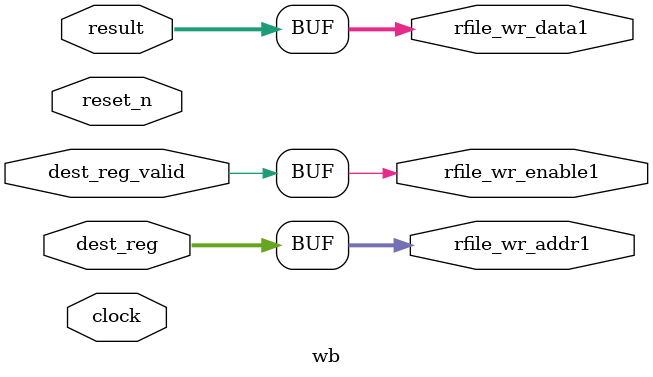
<source format=sv>
module wb #(
)(
  input         clock,
  input         reset_n,

  input [31:0]  result,
  input [ 4:0]  dest_reg,
  input         dest_reg_valid,

  output [ 4:0] rfile_wr_addr1,
  output        rfile_wr_enable1,
  output [31:0] rfile_wr_data1
);

  assign rfile_wr_enable1 = dest_reg_valid;
  assign rfile_wr_addr1   = dest_reg;
  assign rfile_wr_data1   = result;
endmodule

</source>
